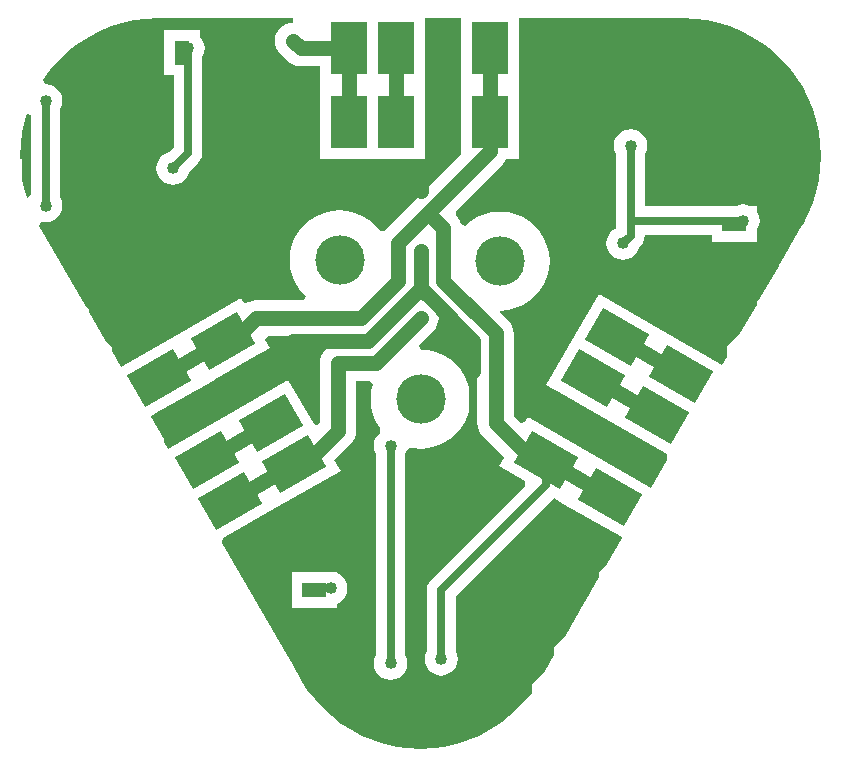
<source format=gbl>
%FSLAX25Y25*%
%MOIN*%
G70*
G01*
G75*
G04 Layer_Physical_Order=2*
G04 Layer_Color=65280*
%ADD10P,0.08352X4X369.0*%
%ADD11P,0.08352X4X81.0*%
%ADD12P,0.08352X4X153.0*%
%ADD13R,0.05906X0.05906*%
%ADD14P,0.08352X4X117.0*%
%ADD15R,0.05906X0.05906*%
%ADD16C,0.02500*%
%ADD17C,0.05000*%
%ADD18C,0.16500*%
%ADD19C,0.04000*%
%ADD20R,0.08000X0.05000*%
%ADD21R,0.05000X0.08000*%
%ADD22R,0.12205X0.17716*%
G04:AMPARAMS|DCode=23|XSize=122.05mil|YSize=177.16mil|CornerRadius=0mil|HoleSize=0mil|Usage=FLASHONLY|Rotation=240.000|XOffset=0mil|YOffset=0mil|HoleType=Round|Shape=Rectangle|*
%AMROTATEDRECTD23*
4,1,4,-0.04620,0.09714,0.10723,0.00856,0.04620,-0.09714,-0.10723,-0.00856,-0.04620,0.09714,0.0*
%
%ADD23ROTATEDRECTD23*%

G04:AMPARAMS|DCode=24|XSize=122.05mil|YSize=177.16mil|CornerRadius=0mil|HoleSize=0mil|Usage=FLASHONLY|Rotation=120.000|XOffset=0mil|YOffset=0mil|HoleType=Round|Shape=Rectangle|*
%AMROTATEDRECTD24*
4,1,4,0.10723,-0.00856,-0.04620,-0.09714,-0.10723,0.00856,0.04620,0.09714,0.10723,-0.00856,0.0*
%
%ADD24ROTATEDRECTD24*%

G36*
X1101471Y923485D02*
Y912500D01*
X1101587Y911324D01*
X1101930Y910193D01*
X1102487Y909150D01*
X1103237Y908237D01*
X1118971Y892503D01*
Y865000D01*
X1119087Y863824D01*
X1119430Y862693D01*
X1119987Y861650D01*
X1120737Y860737D01*
X1127946Y853528D01*
X1126248Y850587D01*
X1134731Y845689D01*
X1134927Y844202D01*
X1103502Y812778D01*
X1102741Y811785D01*
X1102600Y811447D01*
X1102262Y810630D01*
X1102099Y809390D01*
X1102099Y809390D01*
X1102099D01*
X1102099Y809390D01*
X1102099D01*
Y789193D01*
X1102086Y789175D01*
X1101531Y787837D01*
X1101342Y786402D01*
X1101531Y784966D01*
X1102086Y783628D01*
X1102967Y782479D01*
X1104116Y781597D01*
X1105454Y781043D01*
X1106890Y780854D01*
X1108326Y781043D01*
X1109663Y781597D01*
X1110812Y782479D01*
X1111694Y783628D01*
X1112248Y784966D01*
X1112437Y786402D01*
X1112248Y787837D01*
X1111694Y789175D01*
X1111681Y789193D01*
Y807405D01*
X1144389Y840113D01*
X1147653Y838229D01*
D01*
X1167000Y827059D01*
Y826616D01*
X1162060Y818060D01*
X1159500Y815500D01*
Y813626D01*
X1155230Y806230D01*
X1154500Y805500D01*
Y804966D01*
X1148400Y794400D01*
X1144500Y790500D01*
Y787645D01*
X1141570Y782570D01*
X1137000Y778000D01*
Y775240D01*
X1135232Y772936D01*
X1132522Y769978D01*
X1129564Y767268D01*
X1127260Y765500D01*
X1127000D01*
X1126228Y764728D01*
X1122996Y762669D01*
X1119437Y760817D01*
X1115730Y759281D01*
X1111904Y758075D01*
X1107987Y757206D01*
X1104008Y756682D01*
X1100000Y756507D01*
X1095992Y756682D01*
X1092013Y757206D01*
X1088096Y758075D01*
X1084270Y759281D01*
X1080563Y760817D01*
X1077004Y762669D01*
X1073620Y764825D01*
X1070436Y767268D01*
X1067478Y769978D01*
X1064768Y772936D01*
X1062325Y776120D01*
X1060252Y779373D01*
X1060193Y779517D01*
X1060193Y779517D01*
X1060193D01*
D01*
D01*
D01*
D01*
D01*
D01*
X1060193Y779517D01*
D01*
X1060193Y779517D01*
D01*
D01*
D01*
D01*
D01*
D01*
D01*
D01*
D01*
X1060193D01*
X1060193D01*
X1060193Y779517D01*
D01*
X1057000Y785047D01*
Y785500D01*
X1056382Y786119D01*
X1033835Y825170D01*
X1034223Y826619D01*
X1052068Y836922D01*
D01*
X1052068Y836922D01*
D01*
D01*
D01*
X1052068D01*
D01*
D01*
D01*
D01*
X1052068D01*
D01*
Y836922D01*
D01*
D01*
D01*
D01*
X1052068D01*
D01*
D01*
D01*
D01*
D01*
D01*
Y836922D01*
D01*
D01*
Y836922D01*
D01*
D01*
D01*
D01*
D01*
Y836922D01*
X1073378Y849225D01*
X1071318Y852792D01*
X1076763Y858237D01*
X1077513Y859150D01*
X1078070Y860193D01*
X1078413Y861324D01*
X1078529Y862500D01*
Y878971D01*
X1083253D01*
X1084182Y877793D01*
X1083653Y875589D01*
X1083449Y873000D01*
X1083653Y870411D01*
X1084259Y867885D01*
X1085253Y865486D01*
X1086610Y863272D01*
X1086645Y863230D01*
X1086489Y861738D01*
X1086077Y861423D01*
X1085196Y860274D01*
X1084642Y858936D01*
X1084453Y857500D01*
X1084642Y856064D01*
X1085196Y854726D01*
X1085209Y854709D01*
Y787791D01*
X1085196Y787774D01*
X1084642Y786436D01*
X1084453Y785000D01*
X1084642Y783564D01*
X1085196Y782226D01*
X1086077Y781077D01*
X1087226Y780196D01*
X1088564Y779642D01*
X1090000Y779453D01*
X1091436Y779642D01*
X1092774Y780196D01*
X1093923Y781077D01*
X1094804Y782226D01*
X1095358Y783564D01*
X1095547Y785000D01*
X1095358Y786436D01*
X1094804Y787774D01*
X1094791Y787791D01*
Y854709D01*
X1094804Y854726D01*
X1095358Y856064D01*
X1096524Y856866D01*
X1097411Y856653D01*
X1100000Y856449D01*
X1102589Y856653D01*
X1105115Y857259D01*
X1107514Y858253D01*
X1109728Y859610D01*
X1111703Y861297D01*
X1113390Y863272D01*
X1114747Y865486D01*
X1115741Y867885D01*
X1116347Y870411D01*
X1116551Y873000D01*
X1116347Y875589D01*
X1115741Y878115D01*
X1114747Y880514D01*
X1113390Y882728D01*
X1111703Y884703D01*
X1109728Y886390D01*
X1107514Y887747D01*
X1105115Y888741D01*
X1102589Y889347D01*
X1100000Y889551D01*
X1099393Y890867D01*
X1104263Y895737D01*
X1105013Y896650D01*
X1105570Y897693D01*
X1105913Y898824D01*
X1106029Y900000D01*
X1105913Y901176D01*
X1105570Y902307D01*
X1105013Y903349D01*
X1104263Y904263D01*
X1103349Y905013D01*
X1102307Y905570D01*
X1101176Y905913D01*
X1100000Y906029D01*
X1098824Y905913D01*
X1097693Y905570D01*
X1096650Y905013D01*
X1095737Y904263D01*
X1082503Y891029D01*
X1072500D01*
X1071324Y890913D01*
X1070193Y890570D01*
X1069150Y890013D01*
X1068237Y889263D01*
X1067487Y888350D01*
X1066930Y887307D01*
X1066587Y886176D01*
X1066471Y885000D01*
Y865543D01*
X1065343Y864554D01*
X1064461Y864670D01*
X1055901Y879495D01*
X1034592Y867192D01*
D01*
X1015828Y856359D01*
X1014500Y858659D01*
Y863000D01*
X1011070Y866430D01*
X1011266Y867917D01*
X1028351Y877781D01*
X1028351D01*
D01*
D01*
X1028351D01*
D01*
Y877781D01*
X1028351D01*
D01*
Y877781D01*
X1049756Y890140D01*
X1048294Y892672D01*
X1049044Y893971D01*
X1080000D01*
X1081176Y894087D01*
X1082307Y894430D01*
X1083350Y894987D01*
X1084263Y895737D01*
X1096763Y908237D01*
X1097513Y909150D01*
X1098070Y910193D01*
X1098413Y911324D01*
X1098529Y912500D01*
Y922503D01*
X1100085Y924059D01*
X1101471Y923485D01*
D02*
G37*
G36*
X1191508Y999872D02*
X1195487Y999348D01*
X1199404Y998480D01*
X1203230Y997273D01*
X1206937Y995738D01*
X1210496Y993885D01*
X1213880Y991729D01*
X1217064Y989287D01*
X1220022Y986576D01*
X1222732Y983618D01*
X1225175Y980435D01*
X1227331Y977051D01*
X1229183Y973492D01*
X1230719Y969785D01*
X1231925Y965958D01*
X1232794Y962041D01*
X1233317Y958063D01*
X1233493Y954054D01*
X1233317Y950046D01*
X1232794Y946068D01*
X1231925Y942151D01*
X1230719Y938324D01*
X1229183Y934617D01*
X1227402Y931195D01*
X1227307Y931072D01*
X1220116Y918616D01*
X1219500Y918000D01*
Y917549D01*
X1213286Y906786D01*
X1212000Y905500D01*
Y904559D01*
X1206456Y894956D01*
X1202000Y890500D01*
Y887238D01*
X1200416Y884495D01*
X1180878Y895775D01*
Y895775D01*
D01*
D01*
Y895775D01*
D01*
D01*
D01*
D01*
D01*
D01*
D01*
D01*
D01*
D01*
D01*
D01*
D01*
D01*
X1180878Y895775D01*
Y895775D01*
X1180878D01*
D01*
D01*
D01*
D01*
D01*
D01*
D01*
D01*
D01*
D01*
D01*
X1180878D01*
Y895775D01*
D01*
D01*
D01*
D01*
D01*
X1159473Y908133D01*
X1151599Y894495D01*
D01*
X1141996Y877863D01*
X1163401Y865505D01*
D01*
X1182053Y854736D01*
X1182249Y853249D01*
X1182000Y853000D01*
Y852597D01*
X1176794Y843580D01*
X1157160Y854916D01*
Y854916D01*
X1157160D01*
D01*
D01*
D01*
D01*
X1157160D01*
Y854916D01*
D01*
D01*
X1157160Y854916D01*
X1157160Y854916D01*
X1157160Y854916D01*
D01*
X1135851Y867219D01*
X1134804Y865405D01*
X1133317Y865210D01*
X1131029Y867497D01*
Y895000D01*
X1130913Y896176D01*
X1130570Y897307D01*
X1130013Y898350D01*
X1129263Y899263D01*
X1126367Y902160D01*
X1126500Y902449D01*
X1129089Y902653D01*
X1131615Y903259D01*
X1134014Y904253D01*
X1136228Y905610D01*
X1138203Y907297D01*
X1139890Y909272D01*
X1141247Y911486D01*
X1142241Y913885D01*
X1142847Y916411D01*
X1143051Y919000D01*
X1142847Y921589D01*
X1142241Y924115D01*
X1141247Y926514D01*
X1139890Y928728D01*
X1138203Y930703D01*
X1136228Y932390D01*
X1134014Y933747D01*
X1131615Y934741D01*
X1129089Y935347D01*
X1126500Y935551D01*
X1123911Y935347D01*
X1121385Y934741D01*
X1118986Y933747D01*
X1116772Y932390D01*
X1114797Y930703D01*
X1114779Y930694D01*
X1113389Y931257D01*
X1113070Y932307D01*
X1113070Y932307D01*
D01*
D01*
D01*
D01*
X1113070Y932307D01*
D01*
D01*
Y932307D01*
D01*
X1113070D01*
D01*
D01*
X1113070D01*
D01*
D01*
X1112513Y933350D01*
X1111763Y934263D01*
X1111763Y934263D01*
D01*
D01*
D01*
D01*
X1111763Y934263D01*
X1111763Y935737D01*
X1127511Y951485D01*
X1128261Y952398D01*
X1128601Y953035D01*
X1132850D01*
Y977642D01*
Y1000020D01*
X1187500D01*
X1187654Y1000040D01*
X1191508Y999872D01*
D02*
G37*
G36*
X1012500Y1000020D02*
X1057352D01*
X1057426Y998522D01*
X1056324Y998413D01*
X1055193Y998070D01*
X1054150Y997513D01*
X1053237Y996763D01*
X1052487Y995850D01*
X1051930Y994807D01*
X1051587Y993676D01*
X1051471Y992500D01*
X1051587Y991324D01*
X1051930Y990193D01*
X1052487Y989151D01*
X1053237Y988237D01*
X1055737Y985737D01*
X1056650Y984987D01*
X1057693Y984430D01*
X1058824Y984087D01*
X1060000Y983971D01*
X1066402D01*
Y977642D01*
Y953035D01*
X1101354D01*
Y977642D01*
Y1000020D01*
X1113646D01*
Y977642D01*
Y954672D01*
X1088237Y929263D01*
X1087988Y928960D01*
X1086491Y929063D01*
X1086390Y929228D01*
X1084703Y931203D01*
X1082728Y932890D01*
X1080514Y934247D01*
X1078115Y935241D01*
X1075589Y935847D01*
X1073000Y936051D01*
X1070411Y935847D01*
X1067885Y935241D01*
X1065486Y934247D01*
X1063272Y932890D01*
X1061297Y931203D01*
X1059610Y929228D01*
X1058253Y927014D01*
X1057259Y924615D01*
X1056653Y922089D01*
X1056449Y919500D01*
X1056653Y916911D01*
X1057259Y914385D01*
X1058253Y911986D01*
X1059610Y909772D01*
X1061297Y907797D01*
X1061719Y907436D01*
X1061199Y906029D01*
X1045000D01*
X1043824Y905913D01*
X1042693Y905570D01*
X1041650Y905013D01*
X1041112Y905111D01*
X1040153Y906771D01*
X1018844Y894468D01*
D01*
X1000080Y883635D01*
X997000Y888970D01*
Y890500D01*
X994910Y892590D01*
X989500Y901961D01*
Y903000D01*
X988080Y904420D01*
X972800Y930885D01*
X973634Y932132D01*
X975000Y931952D01*
X976436Y932142D01*
X977774Y932696D01*
X978923Y933577D01*
X979804Y934726D01*
X980358Y936064D01*
X980548Y937500D01*
X980358Y938936D01*
X979804Y940274D01*
X979791Y940291D01*
Y969709D01*
X979804Y969726D01*
X980358Y971064D01*
X980548Y972500D01*
X980358Y973936D01*
X979804Y975274D01*
X978923Y976423D01*
X977774Y977304D01*
X976436Y977858D01*
X975000Y978047D01*
X974909Y978035D01*
X974102Y979300D01*
X974825Y980435D01*
X977268Y983618D01*
X979978Y986576D01*
X982936Y989287D01*
X986120Y991729D01*
X989504Y993885D01*
X993063Y995738D01*
X996770Y997273D01*
X1000596Y998480D01*
X1004513Y999348D01*
X1008492Y999872D01*
X1012346Y1000040D01*
X1012500Y1000020D01*
D02*
G37*
G36*
X970209Y967797D02*
Y941286D01*
X969125Y940249D01*
X968668Y940269D01*
X968075Y942151D01*
X967206Y946068D01*
X967000Y947634D01*
Y953000D01*
X966553D01*
X966507Y954054D01*
X966683Y958063D01*
X967206Y962041D01*
X968075Y965958D01*
X968727Y968026D01*
X970209Y967797D01*
D02*
G37*
%LPC*%
G36*
X1070000Y815547D02*
X1069639Y815500D01*
X1057000D01*
Y803500D01*
X1072000D01*
Y804875D01*
X1072774Y805196D01*
X1073923Y806077D01*
X1074804Y807226D01*
X1075358Y808564D01*
X1075548Y810000D01*
X1075358Y811436D01*
X1074804Y812774D01*
X1073923Y813923D01*
X1072774Y814804D01*
X1072000Y815125D01*
Y815500D01*
X1070360D01*
X1070000Y815547D01*
D02*
G37*
G36*
X1026500Y996000D02*
X1014500D01*
Y981000D01*
X1017709D01*
Y956985D01*
X1016086Y955361D01*
X1016064Y955358D01*
X1014726Y954804D01*
X1013577Y953923D01*
X1012696Y952774D01*
X1012142Y951436D01*
X1011952Y950000D01*
X1012142Y948564D01*
X1012696Y947226D01*
X1013577Y946077D01*
X1014726Y945196D01*
X1016064Y944642D01*
X1017500Y944452D01*
X1018936Y944642D01*
X1020274Y945196D01*
X1021423Y946077D01*
X1022304Y947226D01*
X1022858Y948564D01*
X1022861Y948586D01*
X1025888Y951612D01*
X1026649Y952604D01*
X1027128Y953760D01*
X1027291Y955000D01*
Y987209D01*
X1027304Y987226D01*
X1027858Y988564D01*
X1028047Y990000D01*
X1027858Y991436D01*
X1027304Y992774D01*
X1026500Y993822D01*
Y996000D01*
D02*
G37*
G36*
X1170000Y963048D02*
X1168564Y962858D01*
X1167226Y962304D01*
X1166077Y961423D01*
X1165196Y960274D01*
X1164642Y958936D01*
X1164452Y957500D01*
X1164642Y956064D01*
X1165196Y954726D01*
X1165209Y954709D01*
Y930004D01*
X1164726Y929804D01*
X1163577Y928923D01*
X1162696Y927774D01*
X1162142Y926436D01*
X1161952Y925000D01*
X1162142Y923564D01*
X1162696Y922226D01*
X1163577Y921077D01*
X1164726Y920196D01*
X1166064Y919642D01*
X1167500Y919452D01*
X1168936Y919642D01*
X1170274Y920196D01*
X1171423Y921077D01*
X1172304Y922226D01*
X1172858Y923564D01*
X1172861Y923586D01*
X1173388Y924112D01*
X1174149Y925105D01*
X1174628Y926260D01*
X1174791Y927500D01*
Y927709D01*
X1197000D01*
Y925500D01*
X1212000D01*
Y929330D01*
X1212304Y929726D01*
X1212858Y931064D01*
X1213048Y932500D01*
X1212858Y933936D01*
X1212304Y935274D01*
X1212000Y935670D01*
Y937500D01*
X1209801D01*
X1208936Y937858D01*
X1207500Y938048D01*
X1206064Y937858D01*
X1205199Y937500D01*
X1197000D01*
Y937291D01*
X1174791D01*
Y954709D01*
X1174804Y954726D01*
X1175358Y956064D01*
X1175548Y957500D01*
X1175358Y958936D01*
X1174804Y960274D01*
X1173923Y961423D01*
X1172774Y962304D01*
X1171436Y962858D01*
X1170000Y963048D01*
D02*
G37*
%LPD*%
D16*
X1062500Y942500D02*
X1100000D01*
X1052500Y952500D02*
X1062500Y942500D01*
X1052500Y952500D02*
Y965000D01*
X1022500Y955000D02*
Y990000D01*
X1017500Y950000D02*
X1022500Y955000D01*
X985000Y935000D02*
Y950000D01*
Y935000D02*
X992500Y927500D01*
X1010000D01*
X975000Y937500D02*
Y972500D01*
X1007500Y982500D02*
Y986500D01*
X1009500Y988500D01*
X1155000Y922500D02*
Y970000D01*
X1152500Y972500D02*
X1155000Y970000D01*
X1207500Y950000D02*
X1220000Y937500D01*
X1205000Y950000D02*
X1207500D01*
Y917500D02*
X1212500D01*
X1220000Y925000D01*
Y937500D01*
X1230000Y947500D01*
Y962500D01*
X1205000Y950000D02*
Y982500D01*
X1195000Y940000D02*
X1205000Y950000D01*
X1162500Y982500D02*
X1205000D01*
X1152500Y972500D02*
X1162500Y982500D01*
X1167500Y925000D02*
X1170000Y927500D01*
X1052500Y800000D02*
Y817500D01*
X1057500Y822500D01*
X1062500D01*
X1052500Y800000D02*
X1060000Y792500D01*
X1070000D01*
X1095000Y767500D01*
X1117500D02*
X1132500Y782500D01*
Y795000D01*
X1100000Y820000D02*
X1117500Y837500D01*
X1095000Y767500D02*
X1117500D01*
Y837500D02*
Y882500D01*
X1106890Y786402D02*
Y809390D01*
X1141752Y844252D02*
Y852724D01*
X1106890Y809390D02*
X1141752Y844252D01*
X1090000Y785000D02*
Y857500D01*
X1170000Y927500D02*
Y957500D01*
Y932500D02*
X1207500D01*
D17*
X1057500Y992500D02*
X1060000Y990000D01*
X1076004D01*
X1135000Y877500D02*
Y900000D01*
X1155000Y920000D02*
Y922500D01*
X1135000Y900000D02*
X1155000Y920000D01*
X1135000Y877500D02*
X1146138Y866362D01*
X1149626D01*
X1125000Y865000D02*
Y895000D01*
Y865000D02*
X1135000Y855000D01*
X1107500Y912500D02*
X1125000Y895000D01*
X1139476Y855000D02*
X1141752Y852724D01*
X1135000Y855000D02*
X1139476D01*
X1100000Y910000D02*
X1117500Y892500D01*
Y882500D02*
Y892500D01*
X1107500Y912500D02*
Y930000D01*
X1100000Y910000D02*
Y922500D01*
X1092500Y912500D02*
Y925000D01*
X1085000Y885000D02*
X1100000Y900000D01*
X1072500Y885000D02*
X1085000D01*
X1072500Y862500D02*
Y885000D01*
X1061362Y851362D02*
X1072500Y862500D01*
X1057874Y851362D02*
X1061362D01*
X1100000Y942500D02*
Y945000D01*
X1042126Y878638D02*
X1043638D01*
X1100000Y945000D02*
X1107500Y952500D01*
X1076004Y965394D02*
Y990000D01*
X1012942Y879973D02*
X1034252Y892276D01*
X1020816Y866335D02*
X1042126Y878638D01*
X1028690Y852697D02*
X1050000Y865000D01*
X1036564Y839059D02*
X1057874Y851362D01*
X1141752Y852724D02*
X1163062Y840421D01*
X1149626Y866362D02*
X1170936Y854059D01*
X1157500Y880000D02*
X1178810Y867697D01*
X1165374Y893638D02*
X1186684Y881335D01*
X1091752Y965394D02*
Y990000D01*
X1057500Y892500D02*
X1082500D01*
X1043638Y878638D02*
X1057500Y892500D01*
X1082500D02*
X1100000Y910000D01*
X1107500Y952500D02*
Y990000D01*
X1045000Y900000D02*
X1080000D01*
X1040000Y895000D02*
X1045000Y900000D01*
X1034252Y892276D02*
X1036976Y895000D01*
X1040000D01*
X1102500Y935000D02*
X1107500Y930000D01*
X1080000Y900000D02*
X1092500Y912500D01*
Y925000D02*
X1123248Y955748D01*
Y990000D01*
D18*
X1100000Y873000D02*
D03*
X1126500Y919000D02*
D03*
X1073000Y919500D02*
D03*
D19*
X1052500Y965000D02*
D03*
X1017500Y950000D02*
D03*
X975000Y937500D02*
D03*
Y972500D02*
D03*
X985000Y950000D02*
D03*
X1010000Y927500D02*
D03*
X1007500Y982500D02*
D03*
X1022500Y990000D02*
D03*
X1057500Y992500D02*
D03*
X1155000Y922500D02*
D03*
X1195000Y940000D02*
D03*
X1207500Y917500D02*
D03*
X1167500Y925000D02*
D03*
X1152500Y972500D02*
D03*
X1170000Y957500D02*
D03*
X1205000Y982500D02*
D03*
X1230000Y962500D02*
D03*
X1207500Y932500D02*
D03*
X1070000Y792500D02*
D03*
X1100000Y820000D02*
D03*
X1090000Y785000D02*
D03*
X1117500Y845000D02*
D03*
X1090000Y857500D02*
D03*
X1132500Y795000D02*
D03*
X1102500Y767500D02*
D03*
X1062500Y822500D02*
D03*
X1070000Y810000D02*
D03*
X1117500Y882500D02*
D03*
X1100000Y900000D02*
D03*
X1057874Y851362D02*
D03*
X1072500Y885000D02*
D03*
X1100000Y942500D02*
D03*
Y922500D02*
D03*
X1165374Y893638D02*
D03*
X1157500Y880000D02*
D03*
X1149626Y866362D02*
D03*
X1141752Y852724D02*
D03*
X1050000Y865000D02*
D03*
X1034252Y892276D02*
D03*
X1042126Y878638D02*
D03*
X1123248Y965394D02*
D03*
X1107500D02*
D03*
X1091752D02*
D03*
X1076004D02*
D03*
X1106890Y786402D02*
D03*
D20*
X1064500Y809500D02*
D03*
Y820500D02*
D03*
X1204500Y931500D02*
D03*
X1204500Y920500D02*
D03*
D21*
X1020500Y988500D02*
D03*
X1009500D02*
D03*
D22*
X1123248Y965394D02*
D03*
X1107500D02*
D03*
X1091752D02*
D03*
X1123248Y990000D02*
D03*
X1107500D02*
D03*
X1091752D02*
D03*
X1076004Y965394D02*
D03*
Y990000D02*
D03*
D23*
X1141752Y852724D02*
D03*
X1149626Y866362D02*
D03*
X1157500Y880000D02*
D03*
X1163062Y840421D02*
D03*
X1170936Y854059D02*
D03*
X1178810Y867697D02*
D03*
X1165374Y893638D02*
D03*
X1186684Y881335D02*
D03*
D24*
X1034252Y892276D02*
D03*
X1042126Y878638D02*
D03*
X1050000Y865000D02*
D03*
X1012942Y879973D02*
D03*
X1020816Y866335D02*
D03*
X1028690Y852697D02*
D03*
X1057874Y851362D02*
D03*
X1036564Y839059D02*
D03*
M02*

</source>
